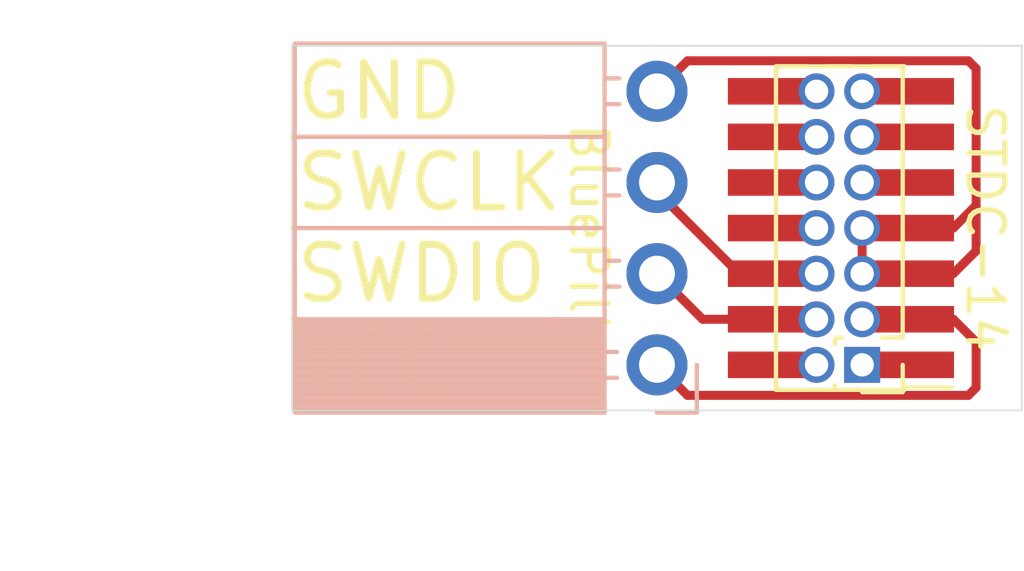
<source format=kicad_pcb>
(kicad_pcb (version 20171130) (host pcbnew "(5.1.8)-1")

  (general
    (thickness 1.6)
    (drawings 15)
    (tracks 25)
    (zones 0)
    (modules 3)
    (nets 23)
  )

  (page A4)
  (layers
    (0 F.Cu signal)
    (31 B.Cu signal)
    (32 B.Adhes user)
    (33 F.Adhes user)
    (34 B.Paste user)
    (35 F.Paste user)
    (36 B.SilkS user)
    (37 F.SilkS user)
    (38 B.Mask user)
    (39 F.Mask user)
    (40 Dwgs.User user)
    (41 Cmts.User user)
    (42 Eco1.User user)
    (43 Eco2.User user)
    (44 Edge.Cuts user)
    (45 Margin user)
    (46 B.CrtYd user)
    (47 F.CrtYd user)
    (48 B.Fab user)
    (49 F.Fab user)
  )

  (setup
    (last_trace_width 0.25)
    (trace_clearance 0.2)
    (zone_clearance 0.508)
    (zone_45_only no)
    (trace_min 0.2)
    (via_size 0.8)
    (via_drill 0.4)
    (via_min_size 0.4)
    (via_min_drill 0.3)
    (uvia_size 0.3)
    (uvia_drill 0.1)
    (uvias_allowed no)
    (uvia_min_size 0.2)
    (uvia_min_drill 0.1)
    (edge_width 0.05)
    (segment_width 0.2)
    (pcb_text_width 0.3)
    (pcb_text_size 1.5 1.5)
    (mod_edge_width 0.12)
    (mod_text_size 1 1)
    (mod_text_width 0.15)
    (pad_size 1.7 1.7)
    (pad_drill 1)
    (pad_to_mask_clearance 0)
    (aux_axis_origin 0 0)
    (visible_elements 7FFFFFFF)
    (pcbplotparams
      (layerselection 0x010fc_ffffffff)
      (usegerberextensions false)
      (usegerberattributes true)
      (usegerberadvancedattributes true)
      (creategerberjobfile true)
      (excludeedgelayer true)
      (linewidth 0.100000)
      (plotframeref false)
      (viasonmask false)
      (mode 1)
      (useauxorigin false)
      (hpglpennumber 1)
      (hpglpenspeed 20)
      (hpglpendiameter 15.000000)
      (psnegative false)
      (psa4output false)
      (plotreference true)
      (plotvalue true)
      (plotinvisibletext false)
      (padsonsilk false)
      (subtractmaskfromsilk false)
      (outputformat 1)
      (mirror false)
      (drillshape 1)
      (scaleselection 1)
      (outputdirectory ""))
  )

  (net 0 "")
  (net 1 "Net-(J1-Pad14)")
  (net 2 "Net-(J1-Pad13)")
  (net 3 "Net-(J1-Pad12)")
  (net 4 "Net-(J1-Pad11)")
  (net 5 "Net-(J1-Pad10)")
  (net 6 "Net-(J1-Pad9)")
  (net 7 "Net-(J1-Pad8)")
  (net 8 GND)
  (net 9 SWCLK)
  (net 10 SWDIO)
  (net 11 Vref)
  (net 12 "Net-(J1-Pad2)")
  (net 13 "Net-(J1-Pad1)")
  (net 14 "Net-(J3-Pad14)")
  (net 15 "Net-(J3-Pad13)")
  (net 16 "Net-(J3-Pad12)")
  (net 17 "Net-(J3-Pad11)")
  (net 18 "Net-(J3-Pad10)")
  (net 19 "Net-(J3-Pad9)")
  (net 20 "Net-(J3-Pad8)")
  (net 21 "Net-(J3-Pad2)")
  (net 22 "Net-(J3-Pad1)")

  (net_class Default "This is the default net class."
    (clearance 0.2)
    (trace_width 0.25)
    (via_dia 0.8)
    (via_drill 0.4)
    (uvia_dia 0.3)
    (uvia_drill 0.1)
    (add_net GND)
    (add_net "Net-(J1-Pad1)")
    (add_net "Net-(J1-Pad10)")
    (add_net "Net-(J1-Pad11)")
    (add_net "Net-(J1-Pad12)")
    (add_net "Net-(J1-Pad13)")
    (add_net "Net-(J1-Pad14)")
    (add_net "Net-(J1-Pad2)")
    (add_net "Net-(J1-Pad8)")
    (add_net "Net-(J1-Pad9)")
    (add_net "Net-(J3-Pad1)")
    (add_net "Net-(J3-Pad10)")
    (add_net "Net-(J3-Pad11)")
    (add_net "Net-(J3-Pad12)")
    (add_net "Net-(J3-Pad13)")
    (add_net "Net-(J3-Pad14)")
    (add_net "Net-(J3-Pad2)")
    (add_net "Net-(J3-Pad8)")
    (add_net "Net-(J3-Pad9)")
    (add_net SWCLK)
    (add_net SWDIO)
    (add_net Vref)
  )

  (module Connector_PinHeader_1.27mm:PinHeader_2x07_P1.27mm_Vertical (layer F.Cu) (tedit 59FED6E3) (tstamp 5FCE230C)
    (at 114.935 92.71 180)
    (descr "Through hole straight pin header, 2x07, 1.27mm pitch, double rows")
    (tags "Through hole pin header THT 2x07 1.27mm double row")
    (path /5FCEDE5A)
    (fp_text reference J3 (at 0.635 -1.695) (layer F.SilkS) hide
      (effects (font (size 1 1) (thickness 0.15)))
    )
    (fp_text value STDC14-THT (at 0.635 9.315) (layer F.Fab)
      (effects (font (size 1 1) (thickness 0.15)))
    )
    (fp_line (start 2.85 -1.15) (end -1.6 -1.15) (layer F.CrtYd) (width 0.05))
    (fp_line (start 2.85 8.8) (end 2.85 -1.15) (layer F.CrtYd) (width 0.05))
    (fp_line (start -1.6 8.8) (end 2.85 8.8) (layer F.CrtYd) (width 0.05))
    (fp_line (start -1.6 -1.15) (end -1.6 8.8) (layer F.CrtYd) (width 0.05))
    (fp_line (start -1.13 -0.76) (end 0 -0.76) (layer F.SilkS) (width 0.12))
    (fp_line (start -1.13 0) (end -1.13 -0.76) (layer F.SilkS) (width 0.12))
    (fp_line (start 1.57753 -0.695) (end 2.4 -0.695) (layer F.SilkS) (width 0.12))
    (fp_line (start 0.76 -0.695) (end 0.96247 -0.695) (layer F.SilkS) (width 0.12))
    (fp_line (start 0.76 -0.563471) (end 0.76 -0.695) (layer F.SilkS) (width 0.12))
    (fp_line (start 0.76 0.706529) (end 0.76 0.563471) (layer F.SilkS) (width 0.12))
    (fp_line (start 0.563471 0.76) (end 0.706529 0.76) (layer F.SilkS) (width 0.12))
    (fp_line (start -1.13 0.76) (end -0.563471 0.76) (layer F.SilkS) (width 0.12))
    (fp_line (start 2.4 -0.695) (end 2.4 8.315) (layer F.SilkS) (width 0.12))
    (fp_line (start -1.13 0.76) (end -1.13 8.315) (layer F.SilkS) (width 0.12))
    (fp_line (start 0.30753 8.315) (end 0.96247 8.315) (layer F.SilkS) (width 0.12))
    (fp_line (start 1.57753 8.315) (end 2.4 8.315) (layer F.SilkS) (width 0.12))
    (fp_line (start -1.13 8.315) (end -0.30753 8.315) (layer F.SilkS) (width 0.12))
    (fp_line (start -1.07 0.2175) (end -0.2175 -0.635) (layer F.Fab) (width 0.1))
    (fp_line (start -1.07 8.255) (end -1.07 0.2175) (layer F.Fab) (width 0.1))
    (fp_line (start 2.34 8.255) (end -1.07 8.255) (layer F.Fab) (width 0.1))
    (fp_line (start 2.34 -0.635) (end 2.34 8.255) (layer F.Fab) (width 0.1))
    (fp_line (start -0.2175 -0.635) (end 2.34 -0.635) (layer F.Fab) (width 0.1))
    (fp_text user %R (at 0.635 3.81 90) (layer F.Fab)
      (effects (font (size 1 1) (thickness 0.15)))
    )
    (pad 14 thru_hole oval (at 1.27 7.62 180) (size 1 1) (drill 0.65) (layers *.Cu *.Mask)
      (net 14 "Net-(J3-Pad14)"))
    (pad 13 thru_hole oval (at 0 7.62 180) (size 1 1) (drill 0.65) (layers *.Cu *.Mask)
      (net 15 "Net-(J3-Pad13)"))
    (pad 12 thru_hole oval (at 1.27 6.35 180) (size 1 1) (drill 0.65) (layers *.Cu *.Mask)
      (net 16 "Net-(J3-Pad12)"))
    (pad 11 thru_hole oval (at 0 6.35 180) (size 1 1) (drill 0.65) (layers *.Cu *.Mask)
      (net 17 "Net-(J3-Pad11)"))
    (pad 10 thru_hole oval (at 1.27 5.08 180) (size 1 1) (drill 0.65) (layers *.Cu *.Mask)
      (net 18 "Net-(J3-Pad10)"))
    (pad 9 thru_hole oval (at 0 5.08 180) (size 1 1) (drill 0.65) (layers *.Cu *.Mask)
      (net 19 "Net-(J3-Pad9)"))
    (pad 8 thru_hole oval (at 1.27 3.81 180) (size 1 1) (drill 0.65) (layers *.Cu *.Mask)
      (net 20 "Net-(J3-Pad8)"))
    (pad 7 thru_hole oval (at 0 3.81 180) (size 1 1) (drill 0.65) (layers *.Cu *.Mask)
      (net 8 GND))
    (pad 6 thru_hole oval (at 1.27 2.54 180) (size 1 1) (drill 0.65) (layers *.Cu *.Mask)
      (net 9 SWCLK))
    (pad 5 thru_hole oval (at 0 2.54 180) (size 1 1) (drill 0.65) (layers *.Cu *.Mask)
      (net 8 GND))
    (pad 4 thru_hole oval (at 1.27 1.27 180) (size 1 1) (drill 0.65) (layers *.Cu *.Mask)
      (net 10 SWDIO))
    (pad 3 thru_hole oval (at 0 1.27 180) (size 1 1) (drill 0.65) (layers *.Cu *.Mask)
      (net 11 Vref))
    (pad 2 thru_hole oval (at 1.27 0 180) (size 1 1) (drill 0.65) (layers *.Cu *.Mask)
      (net 21 "Net-(J3-Pad2)"))
    (pad 1 thru_hole rect (at 0 0 180) (size 1 1) (drill 0.65) (layers *.Cu *.Mask)
      (net 22 "Net-(J3-Pad1)"))
    (model ${KISYS3DMOD}/Connector_PinHeader_1.27mm.3dshapes/PinHeader_2x07_P1.27mm_Vertical.wrl
      (at (xyz 0 0 0))
      (scale (xyz 1 1 1))
      (rotate (xyz 0 0 0))
    )
  )

  (module Connector_PinSocket_2.54mm:PinSocket_1x04_P2.54mm_Horizontal (layer B.Cu) (tedit 5FCE160B) (tstamp 5FCE22E3)
    (at 109.22 92.71)
    (descr "Through hole angled socket strip, 1x04, 2.54mm pitch, 8.51mm socket length, single row (from Kicad 4.0.7), script generated")
    (tags "Through hole angled socket strip THT 1x04 2.54mm single row")
    (path /5FCE7662)
    (fp_text reference J2 (at -4.38 2.77) (layer B.SilkS) hide
      (effects (font (size 1 1) (thickness 0.15)) (justify mirror))
    )
    (fp_text value Conn_01x04 (at -4.38 -10.39) (layer B.Fab) hide
      (effects (font (size 1 1) (thickness 0.15)) (justify mirror))
    )
    (fp_line (start 1.75 -9.45) (end 1.75 1.75) (layer B.CrtYd) (width 0.05))
    (fp_line (start -10.55 -9.45) (end 1.75 -9.45) (layer B.CrtYd) (width 0.05))
    (fp_line (start -10.55 1.75) (end -10.55 -9.45) (layer B.CrtYd) (width 0.05))
    (fp_line (start 1.75 1.75) (end -10.55 1.75) (layer B.CrtYd) (width 0.05))
    (fp_line (start 0 1.33) (end 1.11 1.33) (layer B.SilkS) (width 0.12))
    (fp_line (start 1.11 1.33) (end 1.11 0) (layer B.SilkS) (width 0.12))
    (fp_line (start -10.09 1.33) (end -10.09 -8.95) (layer B.SilkS) (width 0.12))
    (fp_line (start -10.09 -8.95) (end -1.46 -8.95) (layer B.SilkS) (width 0.12))
    (fp_line (start -1.46 1.33) (end -1.46 -8.95) (layer B.SilkS) (width 0.12))
    (fp_line (start -10.09 1.33) (end -1.46 1.33) (layer B.SilkS) (width 0.12))
    (fp_line (start -10.09 -6.35) (end -1.46 -6.35) (layer B.SilkS) (width 0.12))
    (fp_line (start -10.09 -3.81) (end -1.46 -3.81) (layer B.SilkS) (width 0.12))
    (fp_line (start -10.09 -1.27) (end -1.46 -1.27) (layer B.SilkS) (width 0.12))
    (fp_line (start -1.46 -7.98) (end -1.05 -7.98) (layer B.SilkS) (width 0.12))
    (fp_line (start -1.46 -7.26) (end -1.05 -7.26) (layer B.SilkS) (width 0.12))
    (fp_line (start -1.46 -5.44) (end -1.05 -5.44) (layer B.SilkS) (width 0.12))
    (fp_line (start -1.46 -4.72) (end -1.05 -4.72) (layer B.SilkS) (width 0.12))
    (fp_line (start -1.46 -2.9) (end -1.05 -2.9) (layer B.SilkS) (width 0.12))
    (fp_line (start -1.46 -2.18) (end -1.05 -2.18) (layer B.SilkS) (width 0.12))
    (fp_line (start -1.46 -0.36) (end -1.11 -0.36) (layer B.SilkS) (width 0.12))
    (fp_line (start -1.46 0.36) (end -1.11 0.36) (layer B.SilkS) (width 0.12))
    (fp_line (start -10.09 -1.1519) (end -1.46 -1.1519) (layer B.SilkS) (width 0.12))
    (fp_line (start -10.09 -1.033805) (end -1.46 -1.033805) (layer B.SilkS) (width 0.12))
    (fp_line (start -10.09 -0.91571) (end -1.46 -0.91571) (layer B.SilkS) (width 0.12))
    (fp_line (start -10.09 -0.797615) (end -1.46 -0.797615) (layer B.SilkS) (width 0.12))
    (fp_line (start -10.09 -0.67952) (end -1.46 -0.67952) (layer B.SilkS) (width 0.12))
    (fp_line (start -10.09 -0.561425) (end -1.46 -0.561425) (layer B.SilkS) (width 0.12))
    (fp_line (start -10.09 -0.44333) (end -1.46 -0.44333) (layer B.SilkS) (width 0.12))
    (fp_line (start -10.09 -0.325235) (end -1.46 -0.325235) (layer B.SilkS) (width 0.12))
    (fp_line (start -10.09 -0.20714) (end -1.46 -0.20714) (layer B.SilkS) (width 0.12))
    (fp_line (start -10.09 -0.089045) (end -1.46 -0.089045) (layer B.SilkS) (width 0.12))
    (fp_line (start -10.09 0.02905) (end -1.46 0.02905) (layer B.SilkS) (width 0.12))
    (fp_line (start -10.09 0.147145) (end -1.46 0.147145) (layer B.SilkS) (width 0.12))
    (fp_line (start -10.09 0.26524) (end -1.46 0.26524) (layer B.SilkS) (width 0.12))
    (fp_line (start -10.09 0.383335) (end -1.46 0.383335) (layer B.SilkS) (width 0.12))
    (fp_line (start -10.09 0.50143) (end -1.46 0.50143) (layer B.SilkS) (width 0.12))
    (fp_line (start -10.09 0.619525) (end -1.46 0.619525) (layer B.SilkS) (width 0.12))
    (fp_line (start -10.09 0.73762) (end -1.46 0.73762) (layer B.SilkS) (width 0.12))
    (fp_line (start -10.09 0.855715) (end -1.46 0.855715) (layer B.SilkS) (width 0.12))
    (fp_line (start -10.09 0.97381) (end -1.46 0.97381) (layer B.SilkS) (width 0.12))
    (fp_line (start -10.09 1.091905) (end -1.46 1.091905) (layer B.SilkS) (width 0.12))
    (fp_line (start -10.09 1.21) (end -1.46 1.21) (layer B.SilkS) (width 0.12))
    (fp_line (start 0 -7.92) (end 0 -7.32) (layer B.Fab) (width 0.1))
    (fp_line (start -1.52 -7.92) (end 0 -7.92) (layer B.Fab) (width 0.1))
    (fp_line (start 0 -7.32) (end -1.52 -7.32) (layer B.Fab) (width 0.1))
    (fp_line (start 0 -5.38) (end 0 -4.78) (layer B.Fab) (width 0.1))
    (fp_line (start -1.52 -5.38) (end 0 -5.38) (layer B.Fab) (width 0.1))
    (fp_line (start 0 -4.78) (end -1.52 -4.78) (layer B.Fab) (width 0.1))
    (fp_line (start 0 -2.84) (end 0 -2.24) (layer B.Fab) (width 0.1))
    (fp_line (start -1.52 -2.84) (end 0 -2.84) (layer B.Fab) (width 0.1))
    (fp_line (start 0 -2.24) (end -1.52 -2.24) (layer B.Fab) (width 0.1))
    (fp_line (start 0 -0.3) (end 0 0.3) (layer B.Fab) (width 0.1))
    (fp_line (start -1.52 -0.3) (end 0 -0.3) (layer B.Fab) (width 0.1))
    (fp_line (start 0 0.3) (end -1.52 0.3) (layer B.Fab) (width 0.1))
    (fp_line (start -10.03 -8.89) (end -10.03 1.27) (layer B.Fab) (width 0.1))
    (fp_line (start -1.52 -8.89) (end -10.03 -8.89) (layer B.Fab) (width 0.1))
    (fp_line (start -1.52 0.3) (end -1.52 -8.89) (layer B.Fab) (width 0.1))
    (fp_line (start -2.49 1.27) (end -1.52 0.3) (layer B.Fab) (width 0.1))
    (fp_line (start -10.03 1.27) (end -2.49 1.27) (layer B.Fab) (width 0.1))
    (fp_text user %R (at -5.775 -3.81 -90) (layer B.Fab) hide
      (effects (font (size 1 1) (thickness 0.15)) (justify mirror))
    )
    (pad 4 thru_hole oval (at 0 -7.62) (size 1.7 1.7) (drill 1) (layers *.Cu *.Mask)
      (net 8 GND))
    (pad 3 thru_hole oval (at 0 -5.08) (size 1.7 1.7) (drill 1) (layers *.Cu *.Mask)
      (net 9 SWCLK))
    (pad 2 thru_hole oval (at 0 -2.54) (size 1.7 1.7) (drill 1) (layers *.Cu *.Mask)
      (net 10 SWDIO))
    (pad 1 thru_hole circle (at 0 0) (size 1.7 1.7) (drill 1) (layers *.Cu *.Mask)
      (net 11 Vref))
    (model ${KISYS3DMOD}/Connector_PinSocket_2.54mm.3dshapes/PinSocket_1x04_P2.54mm_Horizontal.wrl
      (at (xyz 0 0 0))
      (scale (xyz 1 1 1))
      (rotate (xyz 0 0 0))
    )
  )

  (module Connector_PinHeader_1.27mm:PinHeader_2x07_P1.27mm_Vertical_SMD (layer F.Cu) (tedit 59FED6E3) (tstamp 5FCE229F)
    (at 114.345 88.9 180)
    (descr "surface-mounted straight pin header, 2x07, 1.27mm pitch, double rows")
    (tags "Surface mounted pin header SMD 2x07 1.27mm double row")
    (path /5FCE8E54)
    (attr smd)
    (fp_text reference J1 (at 0 -5.505) (layer F.SilkS) hide
      (effects (font (size 1 1) (thickness 0.15)))
    )
    (fp_text value STDC14-SMD (at 0 5.505) (layer F.Fab)
      (effects (font (size 1 1) (thickness 0.15)))
    )
    (fp_line (start 4.3 -4.95) (end -4.3 -4.95) (layer F.CrtYd) (width 0.05))
    (fp_line (start 4.3 4.95) (end 4.3 -4.95) (layer F.CrtYd) (width 0.05))
    (fp_line (start -4.3 4.95) (end 4.3 4.95) (layer F.CrtYd) (width 0.05))
    (fp_line (start -4.3 -4.95) (end -4.3 4.95) (layer F.CrtYd) (width 0.05))
    (fp_line (start 1.765 4.44) (end 1.765 4.505) (layer F.SilkS) (width 0.12))
    (fp_line (start -1.765 4.44) (end -1.765 4.505) (layer F.SilkS) (width 0.12))
    (fp_line (start 1.765 -4.505) (end 1.765 -4.44) (layer F.SilkS) (width 0.12))
    (fp_line (start -1.765 -4.505) (end -1.765 -4.44) (layer F.SilkS) (width 0.12))
    (fp_line (start -3.09 -4.44) (end -1.765 -4.44) (layer F.SilkS) (width 0.12))
    (fp_line (start -1.765 4.505) (end 1.765 4.505) (layer F.SilkS) (width 0.12))
    (fp_line (start -1.765 -4.505) (end 1.765 -4.505) (layer F.SilkS) (width 0.12))
    (fp_line (start 2.75 4.01) (end 1.705 4.01) (layer F.Fab) (width 0.1))
    (fp_line (start 2.75 3.61) (end 2.75 4.01) (layer F.Fab) (width 0.1))
    (fp_line (start 1.705 3.61) (end 2.75 3.61) (layer F.Fab) (width 0.1))
    (fp_line (start -2.75 4.01) (end -1.705 4.01) (layer F.Fab) (width 0.1))
    (fp_line (start -2.75 3.61) (end -2.75 4.01) (layer F.Fab) (width 0.1))
    (fp_line (start -1.705 3.61) (end -2.75 3.61) (layer F.Fab) (width 0.1))
    (fp_line (start 2.75 2.74) (end 1.705 2.74) (layer F.Fab) (width 0.1))
    (fp_line (start 2.75 2.34) (end 2.75 2.74) (layer F.Fab) (width 0.1))
    (fp_line (start 1.705 2.34) (end 2.75 2.34) (layer F.Fab) (width 0.1))
    (fp_line (start -2.75 2.74) (end -1.705 2.74) (layer F.Fab) (width 0.1))
    (fp_line (start -2.75 2.34) (end -2.75 2.74) (layer F.Fab) (width 0.1))
    (fp_line (start -1.705 2.34) (end -2.75 2.34) (layer F.Fab) (width 0.1))
    (fp_line (start 2.75 1.47) (end 1.705 1.47) (layer F.Fab) (width 0.1))
    (fp_line (start 2.75 1.07) (end 2.75 1.47) (layer F.Fab) (width 0.1))
    (fp_line (start 1.705 1.07) (end 2.75 1.07) (layer F.Fab) (width 0.1))
    (fp_line (start -2.75 1.47) (end -1.705 1.47) (layer F.Fab) (width 0.1))
    (fp_line (start -2.75 1.07) (end -2.75 1.47) (layer F.Fab) (width 0.1))
    (fp_line (start -1.705 1.07) (end -2.75 1.07) (layer F.Fab) (width 0.1))
    (fp_line (start 2.75 0.2) (end 1.705 0.2) (layer F.Fab) (width 0.1))
    (fp_line (start 2.75 -0.2) (end 2.75 0.2) (layer F.Fab) (width 0.1))
    (fp_line (start 1.705 -0.2) (end 2.75 -0.2) (layer F.Fab) (width 0.1))
    (fp_line (start -2.75 0.2) (end -1.705 0.2) (layer F.Fab) (width 0.1))
    (fp_line (start -2.75 -0.2) (end -2.75 0.2) (layer F.Fab) (width 0.1))
    (fp_line (start -1.705 -0.2) (end -2.75 -0.2) (layer F.Fab) (width 0.1))
    (fp_line (start 2.75 -1.07) (end 1.705 -1.07) (layer F.Fab) (width 0.1))
    (fp_line (start 2.75 -1.47) (end 2.75 -1.07) (layer F.Fab) (width 0.1))
    (fp_line (start 1.705 -1.47) (end 2.75 -1.47) (layer F.Fab) (width 0.1))
    (fp_line (start -2.75 -1.07) (end -1.705 -1.07) (layer F.Fab) (width 0.1))
    (fp_line (start -2.75 -1.47) (end -2.75 -1.07) (layer F.Fab) (width 0.1))
    (fp_line (start -1.705 -1.47) (end -2.75 -1.47) (layer F.Fab) (width 0.1))
    (fp_line (start 2.75 -2.34) (end 1.705 -2.34) (layer F.Fab) (width 0.1))
    (fp_line (start 2.75 -2.74) (end 2.75 -2.34) (layer F.Fab) (width 0.1))
    (fp_line (start 1.705 -2.74) (end 2.75 -2.74) (layer F.Fab) (width 0.1))
    (fp_line (start -2.75 -2.34) (end -1.705 -2.34) (layer F.Fab) (width 0.1))
    (fp_line (start -2.75 -2.74) (end -2.75 -2.34) (layer F.Fab) (width 0.1))
    (fp_line (start -1.705 -2.74) (end -2.75 -2.74) (layer F.Fab) (width 0.1))
    (fp_line (start 2.75 -3.61) (end 1.705 -3.61) (layer F.Fab) (width 0.1))
    (fp_line (start 2.75 -4.01) (end 2.75 -3.61) (layer F.Fab) (width 0.1))
    (fp_line (start 1.705 -4.01) (end 2.75 -4.01) (layer F.Fab) (width 0.1))
    (fp_line (start -2.75 -3.61) (end -1.705 -3.61) (layer F.Fab) (width 0.1))
    (fp_line (start -2.75 -4.01) (end -2.75 -3.61) (layer F.Fab) (width 0.1))
    (fp_line (start -1.705 -4.01) (end -2.75 -4.01) (layer F.Fab) (width 0.1))
    (fp_line (start 1.705 -4.445) (end 1.705 4.445) (layer F.Fab) (width 0.1))
    (fp_line (start -1.705 -4.01) (end -1.27 -4.445) (layer F.Fab) (width 0.1))
    (fp_line (start -1.705 4.445) (end -1.705 -4.01) (layer F.Fab) (width 0.1))
    (fp_line (start -1.27 -4.445) (end 1.705 -4.445) (layer F.Fab) (width 0.1))
    (fp_line (start 1.705 4.445) (end -1.705 4.445) (layer F.Fab) (width 0.1))
    (fp_text user %R (at 0 0 90) (layer F.Fab)
      (effects (font (size 1 1) (thickness 0.15)))
    )
    (pad 14 smd rect (at 1.95 3.81 180) (size 2.4 0.74) (layers F.Cu F.Paste F.Mask)
      (net 1 "Net-(J1-Pad14)"))
    (pad 13 smd rect (at -1.95 3.81 180) (size 2.4 0.74) (layers F.Cu F.Paste F.Mask)
      (net 2 "Net-(J1-Pad13)"))
    (pad 12 smd rect (at 1.95 2.54 180) (size 2.4 0.74) (layers F.Cu F.Paste F.Mask)
      (net 3 "Net-(J1-Pad12)"))
    (pad 11 smd rect (at -1.95 2.54 180) (size 2.4 0.74) (layers F.Cu F.Paste F.Mask)
      (net 4 "Net-(J1-Pad11)"))
    (pad 10 smd rect (at 1.95 1.27 180) (size 2.4 0.74) (layers F.Cu F.Paste F.Mask)
      (net 5 "Net-(J1-Pad10)"))
    (pad 9 smd rect (at -1.95 1.27 180) (size 2.4 0.74) (layers F.Cu F.Paste F.Mask)
      (net 6 "Net-(J1-Pad9)"))
    (pad 8 smd rect (at 1.95 0 180) (size 2.4 0.74) (layers F.Cu F.Paste F.Mask)
      (net 7 "Net-(J1-Pad8)"))
    (pad 7 smd rect (at -1.95 0 180) (size 2.4 0.74) (layers F.Cu F.Paste F.Mask)
      (net 8 GND))
    (pad 6 smd rect (at 1.95 -1.27 180) (size 2.4 0.74) (layers F.Cu F.Paste F.Mask)
      (net 9 SWCLK))
    (pad 5 smd rect (at -1.95 -1.27 180) (size 2.4 0.74) (layers F.Cu F.Paste F.Mask)
      (net 8 GND))
    (pad 4 smd rect (at 1.95 -2.54 180) (size 2.4 0.74) (layers F.Cu F.Paste F.Mask)
      (net 10 SWDIO))
    (pad 3 smd rect (at -1.95 -2.54 180) (size 2.4 0.74) (layers F.Cu F.Paste F.Mask)
      (net 11 Vref))
    (pad 2 smd rect (at 1.95 -3.81 180) (size 2.4 0.74) (layers F.Cu F.Paste F.Mask)
      (net 12 "Net-(J1-Pad2)"))
    (pad 1 smd rect (at -1.95 -3.81 180) (size 2.4 0.74) (layers F.Cu F.Paste F.Mask)
      (net 13 "Net-(J1-Pad1)"))
    (model ${KISYS3DMOD}/Connector_PinHeader_1.27mm.3dshapes/PinHeader_2x07_P1.27mm_Vertical_SMD.wrl
      (at (xyz 0 0 0))
      (scale (xyz 1 1 1))
      (rotate (xyz 0 0 0))
    )
  )

  (dimension 20.32 (width 0.15) (layer Dwgs.User)
    (gr_text "0.8000 in" (at 109.22 99.09) (layer Dwgs.User)
      (effects (font (size 1 1) (thickness 0.15)))
    )
    (feature1 (pts (xy 119.38 93.98) (xy 119.38 98.376421)))
    (feature2 (pts (xy 99.06 93.98) (xy 99.06 98.376421)))
    (crossbar (pts (xy 99.06 97.79) (xy 119.38 97.79)))
    (arrow1a (pts (xy 119.38 97.79) (xy 118.253496 98.376421)))
    (arrow1b (pts (xy 119.38 97.79) (xy 118.253496 97.203579)))
    (arrow2a (pts (xy 99.06 97.79) (xy 100.186504 98.376421)))
    (arrow2b (pts (xy 99.06 97.79) (xy 100.186504 97.203579)))
  )
  (dimension 10.16 (width 0.15) (layer Dwgs.User)
    (gr_text "0.4000 in" (at 94.585001 88.9 270) (layer Dwgs.User)
      (effects (font (size 1 1) (thickness 0.15)))
    )
    (feature1 (pts (xy 99.06 93.98) (xy 95.29858 93.98)))
    (feature2 (pts (xy 99.06 83.82) (xy 95.29858 83.82)))
    (crossbar (pts (xy 95.885001 83.82) (xy 95.885001 93.98)))
    (arrow1a (pts (xy 95.885001 93.98) (xy 95.29858 92.853496)))
    (arrow1b (pts (xy 95.885001 93.98) (xy 96.471422 92.853496)))
    (arrow2a (pts (xy 95.885001 83.82) (xy 95.29858 84.946504)))
    (arrow2b (pts (xy 95.885001 83.82) (xy 96.471422 84.946504)))
  )
  (gr_text BluePill (at 107.315 88.9 270) (layer F.SilkS)
    (effects (font (size 1 1) (thickness 0.15)))
  )
  (gr_text STDC-14 (at 118.364 88.9 270) (layer F.SilkS)
    (effects (font (size 1 1) (thickness 0.15)))
  )
  (gr_line (start 99.06 91.44) (end 106.045 91.44) (layer F.SilkS) (width 0.12))
  (gr_line (start 99.06 88.9) (end 106.045 88.9) (layer F.SilkS) (width 0.12))
  (gr_line (start 99.06 86.36) (end 106.045 86.36) (layer F.SilkS) (width 0.12))
  (gr_text VCC (at 99.06 92.71) (layer F.SilkS)
    (effects (font (size 1.5 1.5) (thickness 0.2)) (justify left))
  )
  (gr_text SWDIO (at 99.06 90.17) (layer F.SilkS)
    (effects (font (size 1.5 1.5) (thickness 0.2)) (justify left))
  )
  (gr_text SWCLK (at 99.06 87.63) (layer F.SilkS)
    (effects (font (size 1.5 1.5) (thickness 0.2)) (justify left))
  )
  (gr_text GND (at 99.06 85.09) (layer F.SilkS)
    (effects (font (size 1.5 1.5) (thickness 0.2)) (justify left))
  )
  (gr_line (start 99.06 93.98) (end 99.06 83.82) (layer Edge.Cuts) (width 0.05) (tstamp 5FCE2A68))
  (gr_line (start 119.38 93.98) (end 99.06 93.98) (layer Edge.Cuts) (width 0.05))
  (gr_line (start 119.38 83.82) (end 119.38 93.98) (layer Edge.Cuts) (width 0.05))
  (gr_line (start 99.06 83.82) (end 119.38 83.82) (layer Edge.Cuts) (width 0.05))

  (segment (start 110.069999 84.240001) (end 117.895001 84.240001) (width 0.25) (layer F.Cu) (net 8))
  (segment (start 109.22 85.09) (end 110.069999 84.240001) (width 0.25) (layer F.Cu) (net 8))
  (segment (start 117.895001 84.240001) (end 118.11 84.455) (width 0.25) (layer F.Cu) (net 8))
  (segment (start 117.475 90.17) (end 116.295 90.17) (width 0.25) (layer F.Cu) (net 8))
  (segment (start 118.11 89.535) (end 117.475 90.17) (width 0.25) (layer F.Cu) (net 8))
  (segment (start 117.475 88.9) (end 118.11 88.265) (width 0.25) (layer F.Cu) (net 8))
  (segment (start 116.295 88.9) (end 117.475 88.9) (width 0.25) (layer F.Cu) (net 8))
  (segment (start 118.11 88.265) (end 118.11 89.535) (width 0.25) (layer F.Cu) (net 8))
  (segment (start 118.11 84.455) (end 118.11 88.265) (width 0.25) (layer F.Cu) (net 8))
  (segment (start 116.295 88.9) (end 114.935 88.9) (width 0.25) (layer F.Cu) (net 8))
  (segment (start 114.935 90.17) (end 114.935 88.9) (width 0.25) (layer F.Cu) (net 8))
  (segment (start 111.509998 90.17) (end 112.395 90.17) (width 0.25) (layer F.Cu) (net 9))
  (segment (start 109.22 87.880002) (end 111.509998 90.17) (width 0.25) (layer F.Cu) (net 9))
  (segment (start 109.22 87.63) (end 109.22 87.880002) (width 0.25) (layer F.Cu) (net 9))
  (segment (start 112.395 90.17) (end 113.665 90.17) (width 0.25) (layer F.Cu) (net 9))
  (segment (start 110.49 91.44) (end 109.22 90.17) (width 0.25) (layer F.Cu) (net 10))
  (segment (start 112.395 91.44) (end 110.49 91.44) (width 0.25) (layer F.Cu) (net 10))
  (segment (start 112.395 91.44) (end 113.665 91.44) (width 0.25) (layer F.Cu) (net 10))
  (segment (start 110.069999 93.559999) (end 117.895001 93.559999) (width 0.25) (layer F.Cu) (net 11))
  (segment (start 109.22 92.71) (end 110.069999 93.559999) (width 0.25) (layer F.Cu) (net 11))
  (segment (start 117.895001 93.559999) (end 118.11 93.345) (width 0.25) (layer F.Cu) (net 11))
  (segment (start 118.11 93.345) (end 118.11 92.075) (width 0.25) (layer F.Cu) (net 11))
  (segment (start 117.475 91.44) (end 116.295 91.44) (width 0.25) (layer F.Cu) (net 11))
  (segment (start 118.11 92.075) (end 117.475 91.44) (width 0.25) (layer F.Cu) (net 11))
  (segment (start 116.295 91.44) (end 114.935 91.44) (width 0.25) (layer F.Cu) (net 11))

)

</source>
